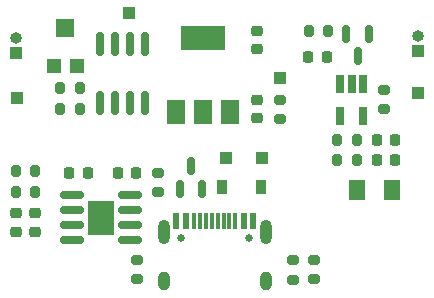
<source format=gts>
%TF.GenerationSoftware,KiCad,Pcbnew,7.0.6*%
%TF.CreationDate,2023-09-04T13:51:19+12:00*%
%TF.ProjectId,GBA_lipo,4742415f-6c69-4706-9f2e-6b696361645f,rev?*%
%TF.SameCoordinates,Original*%
%TF.FileFunction,Soldermask,Top*%
%TF.FilePolarity,Negative*%
%FSLAX46Y46*%
G04 Gerber Fmt 4.6, Leading zero omitted, Abs format (unit mm)*
G04 Created by KiCad (PCBNEW 7.0.6) date 2023-09-04 13:51:19*
%MOMM*%
%LPD*%
G01*
G04 APERTURE LIST*
G04 Aperture macros list*
%AMRoundRect*
0 Rectangle with rounded corners*
0 $1 Rounding radius*
0 $2 $3 $4 $5 $6 $7 $8 $9 X,Y pos of 4 corners*
0 Add a 4 corners polygon primitive as box body*
4,1,4,$2,$3,$4,$5,$6,$7,$8,$9,$2,$3,0*
0 Add four circle primitives for the rounded corners*
1,1,$1+$1,$2,$3*
1,1,$1+$1,$4,$5*
1,1,$1+$1,$6,$7*
1,1,$1+$1,$8,$9*
0 Add four rect primitives between the rounded corners*
20,1,$1+$1,$2,$3,$4,$5,0*
20,1,$1+$1,$4,$5,$6,$7,0*
20,1,$1+$1,$6,$7,$8,$9,0*
20,1,$1+$1,$8,$9,$2,$3,0*%
G04 Aperture macros list end*
%ADD10R,1.000000X1.000000*%
%ADD11RoundRect,0.200000X0.275000X-0.200000X0.275000X0.200000X-0.275000X0.200000X-0.275000X-0.200000X0*%
%ADD12RoundRect,0.250001X-0.462499X-0.624999X0.462499X-0.624999X0.462499X0.624999X-0.462499X0.624999X0*%
%ADD13O,1.000000X1.000000*%
%ADD14C,0.650000*%
%ADD15R,0.600000X1.450000*%
%ADD16R,0.300000X1.450000*%
%ADD17O,1.000000X1.600000*%
%ADD18O,1.000000X2.100000*%
%ADD19RoundRect,0.200000X0.200000X0.275000X-0.200000X0.275000X-0.200000X-0.275000X0.200000X-0.275000X0*%
%ADD20RoundRect,0.200000X-0.275000X0.200000X-0.275000X-0.200000X0.275000X-0.200000X0.275000X0.200000X0*%
%ADD21RoundRect,0.225000X-0.225000X-0.250000X0.225000X-0.250000X0.225000X0.250000X-0.225000X0.250000X0*%
%ADD22RoundRect,0.218750X-0.256250X0.218750X-0.256250X-0.218750X0.256250X-0.218750X0.256250X0.218750X0*%
%ADD23R,1.500000X2.000000*%
%ADD24R,3.800000X2.000000*%
%ADD25R,0.900000X1.200000*%
%ADD26RoundRect,0.200000X-0.200000X-0.275000X0.200000X-0.275000X0.200000X0.275000X-0.200000X0.275000X0*%
%ADD27R,1.200000X1.200000*%
%ADD28R,1.600000X1.500000*%
%ADD29R,0.650000X1.560000*%
%ADD30RoundRect,0.150000X-0.150000X0.587500X-0.150000X-0.587500X0.150000X-0.587500X0.150000X0.587500X0*%
%ADD31RoundRect,0.225000X0.225000X0.250000X-0.225000X0.250000X-0.225000X-0.250000X0.225000X-0.250000X0*%
%ADD32RoundRect,0.150000X0.825000X0.150000X-0.825000X0.150000X-0.825000X-0.150000X0.825000X-0.150000X0*%
%ADD33R,2.290000X3.000000*%
%ADD34RoundRect,0.225000X0.250000X-0.225000X0.250000X0.225000X-0.250000X0.225000X-0.250000X-0.225000X0*%
%ADD35RoundRect,0.150000X0.150000X-0.587500X0.150000X0.587500X-0.150000X0.587500X-0.150000X-0.587500X0*%
%ADD36RoundRect,0.225000X-0.250000X0.225000X-0.250000X-0.225000X0.250000X-0.225000X0.250000X0.225000X0*%
%ADD37RoundRect,0.150000X-0.150000X0.825000X-0.150000X-0.825000X0.150000X-0.825000X0.150000X0.825000X0*%
G04 APERTURE END LIST*
D10*
X92750000Y-117000000D03*
X101000000Y-129250000D03*
X83250000Y-124250000D03*
X117250000Y-123750000D03*
X105500000Y-122500000D03*
X104000000Y-129250000D03*
D11*
X105500000Y-126000000D03*
X105500000Y-124350000D03*
D12*
X114987500Y-132000000D03*
X112012500Y-132000000D03*
D10*
X117200000Y-120210000D03*
D13*
X117200000Y-118940000D03*
D14*
X102890000Y-136090000D03*
X97110000Y-136090000D03*
D15*
X96750000Y-134645000D03*
X97550000Y-134645000D03*
D16*
X98750000Y-134645000D03*
X99750000Y-134645000D03*
X100250000Y-134645000D03*
X101250000Y-134645000D03*
D15*
X102450000Y-134645000D03*
X103250000Y-134645000D03*
X103250000Y-134645000D03*
X102450000Y-134645000D03*
D16*
X101750000Y-134645000D03*
X100750000Y-134645000D03*
X99250000Y-134645000D03*
X98250000Y-134645000D03*
D15*
X97550000Y-134645000D03*
X96750000Y-134645000D03*
D17*
X95680000Y-139740000D03*
X104320000Y-139740000D03*
D18*
X104320000Y-135560000D03*
X95680000Y-135560000D03*
D19*
X88565000Y-123340000D03*
X86915000Y-123340000D03*
D20*
X93400000Y-137915000D03*
X93400000Y-139565000D03*
D21*
X87698000Y-130540000D03*
X89248000Y-130540000D03*
D22*
X83200000Y-133940000D03*
X83200000Y-135515000D03*
D23*
X96700000Y-125415000D03*
X99000000Y-125415000D03*
D24*
X99000000Y-119115000D03*
D23*
X101300000Y-125415000D03*
D25*
X103900000Y-131740000D03*
X100600000Y-131740000D03*
D26*
X83175000Y-132187000D03*
X84825000Y-132187000D03*
D27*
X86365000Y-121540000D03*
D28*
X87365000Y-118290000D03*
D27*
X88365000Y-121540000D03*
D29*
X112550000Y-123015000D03*
X111600000Y-123015000D03*
X110650000Y-123015000D03*
X110650000Y-125715000D03*
X112550000Y-125715000D03*
D21*
X113750000Y-127740000D03*
X115300000Y-127740000D03*
D22*
X84800000Y-133940000D03*
X84800000Y-135515000D03*
D30*
X113050000Y-118802500D03*
X111150000Y-118802500D03*
X112100000Y-120677500D03*
D31*
X93375000Y-130540000D03*
X91825000Y-130540000D03*
D21*
X107925000Y-120740000D03*
X109475000Y-120740000D03*
D32*
X92845000Y-136245000D03*
X92845000Y-134975000D03*
X92845000Y-133705000D03*
X92845000Y-132435000D03*
X87895000Y-132435000D03*
X87895000Y-133705000D03*
X87895000Y-134975000D03*
X87895000Y-136245000D03*
D33*
X90370000Y-134340000D03*
D20*
X95200000Y-130540000D03*
X95200000Y-132190000D03*
D26*
X83175000Y-130409000D03*
X84825000Y-130409000D03*
D10*
X83200000Y-120410000D03*
D13*
X83200000Y-119140000D03*
D26*
X110375000Y-129465000D03*
X112025000Y-129465000D03*
D20*
X108400000Y-137915000D03*
X108400000Y-139565000D03*
X106600000Y-137940000D03*
X106600000Y-139590000D03*
D26*
X86915000Y-125140000D03*
X88565000Y-125140000D03*
D19*
X112025000Y-127740000D03*
X110375000Y-127740000D03*
D34*
X103600000Y-125915000D03*
X103600000Y-124365000D03*
D35*
X97050000Y-131877500D03*
X98950000Y-131877500D03*
X98000000Y-130002500D03*
D36*
X103600000Y-118515000D03*
X103600000Y-120065000D03*
D31*
X115300000Y-129465000D03*
X113750000Y-129465000D03*
D11*
X114300000Y-125165000D03*
X114300000Y-123515000D03*
D26*
X107950000Y-118565000D03*
X109600000Y-118565000D03*
D37*
X94070000Y-119665000D03*
X92800000Y-119665000D03*
X91530000Y-119665000D03*
X90260000Y-119665000D03*
X90260000Y-124615000D03*
X91530000Y-124615000D03*
X92800000Y-124615000D03*
X94070000Y-124615000D03*
M02*

</source>
